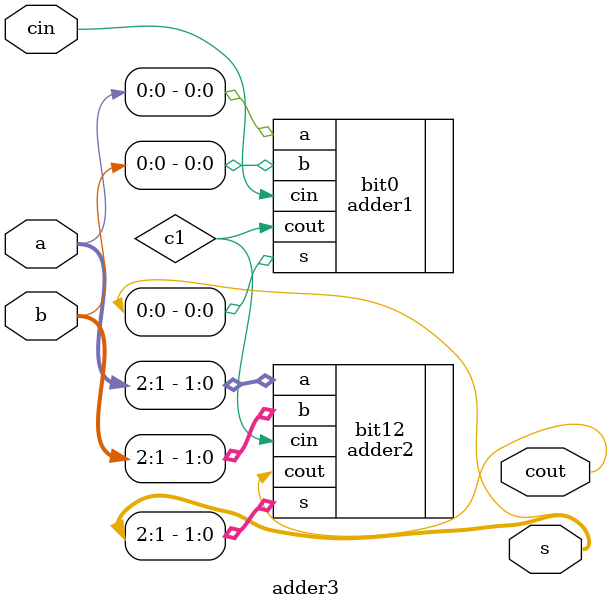
<source format=sv>
`ifndef INCLUDE_ADDER3
`define INCLUDE_ADDER3 1

`include "./adder/adder2.sv"

`timescale 1ns/1ps
`default_nettype none

module adder3(a, b, cin, s, cout);

input [2:0] a, b;
input cin;
output logic [2:0] s; // the last or logic
output logic cout;

// Below is "STRUCTURAL" verilog - explicit hardware

// logic initial_carry_bit;
// always_comb initial_carry_bit = 0;

// 1-2 decoders
logic c1;
adder1 bit0(.a(a[0]), .b(b[0]), .cin(cin), .s(s[0]), .cout(c1));
adder2 bit12(.a(a[2:1]), .b(b[2:1]), .cin(c1),  .s(s[2:1]), .cout(cout));

endmodule

`endif
</source>
